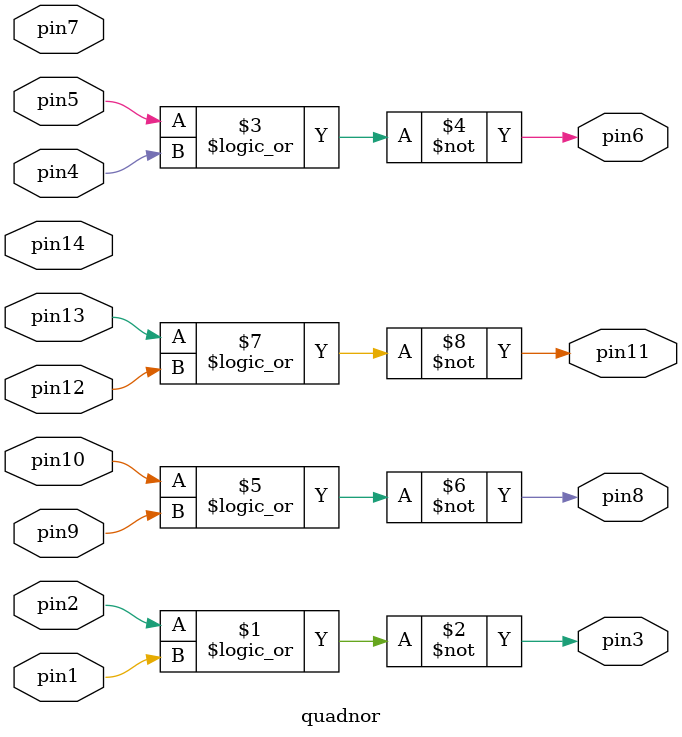
<source format=v>

module quadnor (
                pin1,
                pin2,
                pin3,
                pin4,
                pin5,
                pin6,
                pin7,
                pin8,
                pin9,
                pin10,
                pin11,
                pin12,
                pin13,
                pin14
                );
   
   input wire  pin1;
   input wire  pin2;
   input wire  pin4;
   input wire  pin5;
   input wire  pin7;
   input wire  pin9;
   input wire  pin10;
   input wire  pin12;
   input wire  pin13;
   input wire  pin14;
   
   output wire pin3;
   output wire pin6;
   output wire pin8;
   output wire pin11;
   
   assign pin3 = ~(pin2 || pin1);     // 3 = ~(2 || 1)
   assign pin6 = ~(pin5 || pin4);     // 6 = ~(5 || 4)
   assign pin8 = ~(pin10 || pin9);    // 8 = ~(10 || 9)
   assign pin11 = ~(pin13 || pin12);  // 11 = ~(13 || 12)
   
endmodule

</source>
